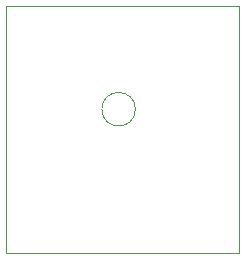
<source format=gm1>
%TF.GenerationSoftware,KiCad,Pcbnew,(5.1.12-1-10_14)*%
%TF.CreationDate,2021-12-06T02:25:41+01:00*%
%TF.ProjectId,contraddictionLamp_signals,636f6e74-7261-4646-9469-6374696f6e4c,1*%
%TF.SameCoordinates,Original*%
%TF.FileFunction,Profile,NP*%
%FSLAX46Y46*%
G04 Gerber Fmt 4.6, Leading zero omitted, Abs format (unit mm)*
G04 Created by KiCad (PCBNEW (5.1.12-1-10_14)) date 2021-12-06 02:25:41*
%MOMM*%
%LPD*%
G01*
G04 APERTURE LIST*
%TA.AperFunction,Profile*%
%ADD10C,0.050000*%
%TD*%
G04 APERTURE END LIST*
D10*
X123190000Y-97790000D02*
X123190000Y-76835000D01*
X103505000Y-97790000D02*
X123190000Y-97790000D01*
X103505000Y-76835000D02*
X103505000Y-97790000D01*
X123190000Y-76835000D02*
X103505000Y-76835000D01*
X114449903Y-85575097D02*
G75*
G03*
X114449903Y-85575097I-1419903J0D01*
G01*
M02*

</source>
